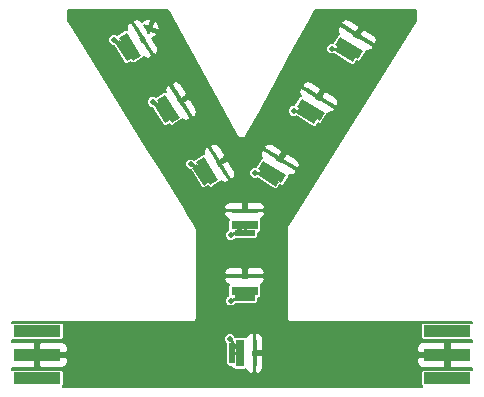
<source format=gtl>
G04 #@! TF.FileFunction,Copper,L1,Top,Signal*
%FSLAX46Y46*%
G04 Gerber Fmt 4.6, Leading zero omitted, Abs format (unit mm)*
G04 Created by KiCad (PCBNEW 4.0.0-rc2-stable) date 3/3/2016 3:49:22 PM*
%MOMM*%
G01*
G04 APERTURE LIST*
%ADD10C,0.150000*%
%ADD11C,0.500000*%
%ADD12R,0.500000X1.800000*%
%ADD13R,0.320000X2.300000*%
%ADD14R,0.800000X2.300000*%
%ADD15R,1.800000X0.500000*%
%ADD16R,2.300000X0.320000*%
%ADD17R,2.300000X0.800000*%
%ADD18R,4.000000X1.000000*%
%ADD19C,0.600000*%
%ADD20C,0.254000*%
%ADD21C,0.152400*%
G04 APERTURE END LIST*
D10*
G36*
X69204163Y-33941470D02*
X67674462Y-32992779D01*
X67937987Y-32567862D01*
X69467688Y-33516553D01*
X69204163Y-33941470D01*
X69204163Y-33941470D01*
G37*
G36*
X70465451Y-32382062D02*
X68510833Y-31169847D01*
X68679489Y-30897900D01*
X70634107Y-32110115D01*
X70465451Y-32382062D01*
X70465451Y-32382062D01*
G37*
G36*
X69680146Y-33648316D02*
X67725528Y-32436100D01*
X68147168Y-31756232D01*
X70101786Y-32968448D01*
X69680146Y-33648316D01*
X69680146Y-33648316D01*
G37*
D11*
X67445864Y-32792172D03*
D10*
G36*
X72465819Y-28682259D02*
X70936118Y-27733568D01*
X71199643Y-27308651D01*
X72729344Y-28257342D01*
X72465819Y-28682259D01*
X72465819Y-28682259D01*
G37*
G36*
X73727107Y-27122851D02*
X71772489Y-25910636D01*
X71941145Y-25638689D01*
X73895763Y-26850904D01*
X73727107Y-27122851D01*
X73727107Y-27122851D01*
G37*
G36*
X72941802Y-28389105D02*
X70987184Y-27176889D01*
X71408824Y-26497021D01*
X73363442Y-27709237D01*
X72941802Y-28389105D01*
X72941802Y-28389105D01*
G37*
D11*
X70707520Y-27532961D03*
D10*
G36*
X75727473Y-23423050D02*
X74197772Y-22474359D01*
X74461297Y-22049442D01*
X75990998Y-22998133D01*
X75727473Y-23423050D01*
X75727473Y-23423050D01*
G37*
G36*
X76988761Y-21863642D02*
X75034143Y-20651427D01*
X75202799Y-20379480D01*
X77157417Y-21591695D01*
X76988761Y-21863642D01*
X76988761Y-21863642D01*
G37*
G36*
X76203456Y-23129896D02*
X74248838Y-21917680D01*
X74670478Y-21237812D01*
X76625096Y-22450028D01*
X76203456Y-23129896D01*
X76203456Y-23129896D01*
G37*
D11*
X73969174Y-22273752D03*
D10*
G36*
X56571225Y-23340572D02*
X55622688Y-21810776D01*
X56047631Y-21547294D01*
X56996168Y-23077090D01*
X56571225Y-23340572D01*
X56571225Y-23340572D01*
G37*
G36*
X58394241Y-22504383D02*
X57182221Y-20549643D01*
X57454185Y-20381015D01*
X58666205Y-22335755D01*
X58394241Y-22504383D01*
X58394241Y-22504383D01*
G37*
G36*
X57127909Y-23289561D02*
X55915889Y-21334821D01*
X56595799Y-20913249D01*
X57807819Y-22867989D01*
X57127909Y-23289561D01*
X57127909Y-23289561D01*
G37*
D11*
X55507092Y-21529461D03*
D10*
G36*
X59832543Y-28600408D02*
X58884006Y-27070612D01*
X59308949Y-26807130D01*
X60257486Y-28336926D01*
X59832543Y-28600408D01*
X59832543Y-28600408D01*
G37*
G36*
X61655559Y-27764219D02*
X60443539Y-25809479D01*
X60715503Y-25640851D01*
X61927523Y-27595591D01*
X61655559Y-27764219D01*
X61655559Y-27764219D01*
G37*
G36*
X60389227Y-28549397D02*
X59177207Y-26594657D01*
X59857117Y-26173085D01*
X61069137Y-28127825D01*
X60389227Y-28549397D01*
X60389227Y-28549397D01*
G37*
D11*
X58768410Y-26789297D03*
D10*
G36*
X63093861Y-33860246D02*
X62145324Y-32330450D01*
X62570267Y-32066968D01*
X63518804Y-33596764D01*
X63093861Y-33860246D01*
X63093861Y-33860246D01*
G37*
G36*
X64916877Y-33024057D02*
X63704857Y-31069317D01*
X63976821Y-30900689D01*
X65188841Y-32855429D01*
X64916877Y-33024057D01*
X64916877Y-33024057D01*
G37*
G36*
X63650545Y-33809235D02*
X62438525Y-31854495D01*
X63118435Y-31432923D01*
X64330455Y-33387663D01*
X63650545Y-33809235D01*
X63650545Y-33809235D01*
G37*
D11*
X62029728Y-32049135D03*
D12*
X65506020Y-48052030D03*
D13*
X67406020Y-48052030D03*
D14*
X66156020Y-48052030D03*
D11*
X65306020Y-46852030D03*
D15*
X66577130Y-43412085D03*
D16*
X66577130Y-41512085D03*
D17*
X66577130Y-42762085D03*
D11*
X65377130Y-43612085D03*
D15*
X66577130Y-37873280D03*
D16*
X66577130Y-35973280D03*
D17*
X66577130Y-37223280D03*
D11*
X65377130Y-38073280D03*
D18*
X83742890Y-50192207D03*
X83742890Y-48192207D03*
X83742890Y-46192207D03*
D19*
X82742890Y-50192207D03*
X82742890Y-48192207D03*
X82742890Y-46192207D03*
D18*
X49020840Y-46192207D03*
X49020840Y-48192207D03*
X49020840Y-50192207D03*
D19*
X50020840Y-46192207D03*
X50020840Y-48192207D03*
X50020840Y-50192207D03*
D11*
X58517702Y-20567005D03*
D20*
X68570000Y-33250000D02*
X68910000Y-32700000D01*
X68570000Y-33250000D02*
X68910000Y-32700000D01*
X68570000Y-33250000D02*
X68910000Y-32700000D01*
X68570000Y-33250000D02*
X68910000Y-32700000D01*
X68570000Y-33250000D02*
X68910000Y-32700000D01*
X68570000Y-33250000D02*
X68910000Y-32700000D01*
X68570000Y-33250000D02*
X68910000Y-32700000D01*
X68570000Y-33250000D02*
X68910000Y-32700000D01*
X68570000Y-33250000D02*
X68910000Y-32700000D01*
X68910000Y-32700000D02*
X67450000Y-32790000D01*
X68910000Y-32700000D02*
X67450000Y-32790000D01*
X68910000Y-32700000D02*
X67450000Y-32790000D01*
X68910000Y-32700000D02*
X67450000Y-32790000D01*
X68910000Y-32700000D02*
X67450000Y-32790000D01*
X68910000Y-32700000D02*
X67450000Y-32790000D01*
X68910000Y-32700000D02*
X67450000Y-32790000D01*
X68910000Y-32700000D02*
X67450000Y-32790000D01*
X68910000Y-32700000D02*
X67450000Y-32790000D01*
X71830000Y-28000000D02*
X72180000Y-27440000D01*
X71830000Y-28000000D02*
X72180000Y-27440000D01*
X71830000Y-28000000D02*
X72180000Y-27440000D01*
X71830000Y-28000000D02*
X72180000Y-27440000D01*
X71830000Y-28000000D02*
X72180000Y-27440000D01*
X71830000Y-28000000D02*
X72180000Y-27440000D01*
X71830000Y-28000000D02*
X72180000Y-27440000D01*
X71830000Y-28000000D02*
X72180000Y-27440000D01*
X71830000Y-28000000D02*
X72180000Y-27440000D01*
X72180000Y-27440000D02*
X70710000Y-27530000D01*
X72180000Y-27440000D02*
X70710000Y-27530000D01*
X72180000Y-27440000D02*
X70710000Y-27530000D01*
X72180000Y-27440000D02*
X70710000Y-27530000D01*
X72180000Y-27440000D02*
X70710000Y-27530000D01*
X72180000Y-27440000D02*
X70710000Y-27530000D01*
X72180000Y-27440000D02*
X70710000Y-27530000D01*
X72180000Y-27440000D02*
X70710000Y-27530000D01*
X72180000Y-27440000D02*
X70710000Y-27530000D01*
X75090000Y-22740000D02*
X75440000Y-22180000D01*
X75090000Y-22740000D02*
X75440000Y-22180000D01*
X75090000Y-22740000D02*
X75440000Y-22180000D01*
X75090000Y-22740000D02*
X75440000Y-22180000D01*
X75090000Y-22740000D02*
X75440000Y-22180000D01*
X75090000Y-22740000D02*
X75440000Y-22180000D01*
X75090000Y-22740000D02*
X75440000Y-22180000D01*
X75090000Y-22740000D02*
X75440000Y-22180000D01*
X75090000Y-22740000D02*
X75440000Y-22180000D01*
X75440000Y-22180000D02*
X73970000Y-22270000D01*
X75440000Y-22180000D02*
X73970000Y-22270000D01*
X75440000Y-22180000D02*
X73970000Y-22270000D01*
X75440000Y-22180000D02*
X73970000Y-22270000D01*
X75440000Y-22180000D02*
X73970000Y-22270000D01*
X75440000Y-22180000D02*
X73970000Y-22270000D01*
X75440000Y-22180000D02*
X73970000Y-22270000D01*
X75440000Y-22180000D02*
X73970000Y-22270000D01*
X75440000Y-22180000D02*
X73970000Y-22270000D01*
X56310000Y-22440000D02*
X56860000Y-22100000D01*
X56310000Y-22440000D02*
X56860000Y-22100000D01*
X56310000Y-22440000D02*
X56860000Y-22100000D01*
X56310000Y-22440000D02*
X56860000Y-22100000D01*
X56310000Y-22440000D02*
X56860000Y-22100000D01*
X56310000Y-22440000D02*
X56860000Y-22100000D01*
X56310000Y-22440000D02*
X56860000Y-22100000D01*
X56310000Y-22440000D02*
X56860000Y-22100000D01*
X56310000Y-22440000D02*
X56860000Y-22100000D01*
X56860000Y-22100000D02*
X55510000Y-21530000D01*
X56860000Y-22100000D02*
X55510000Y-21530000D01*
X56860000Y-22100000D02*
X55510000Y-21530000D01*
X56860000Y-22100000D02*
X55510000Y-21530000D01*
X56860000Y-22100000D02*
X55510000Y-21530000D01*
X56860000Y-22100000D02*
X55510000Y-21530000D01*
X56860000Y-22100000D02*
X55510000Y-21530000D01*
X56860000Y-22100000D02*
X55510000Y-21530000D01*
X56860000Y-22100000D02*
X55510000Y-21530000D01*
X59570000Y-27700000D02*
X60120000Y-27360000D01*
X59570000Y-27700000D02*
X60120000Y-27360000D01*
X59570000Y-27700000D02*
X60120000Y-27360000D01*
X59570000Y-27700000D02*
X60120000Y-27360000D01*
X59570000Y-27700000D02*
X60120000Y-27360000D01*
X59570000Y-27700000D02*
X60120000Y-27360000D01*
X59570000Y-27700000D02*
X60120000Y-27360000D01*
X59570000Y-27700000D02*
X60120000Y-27360000D01*
X59570000Y-27700000D02*
X60120000Y-27360000D01*
X60120000Y-27360000D02*
X58770000Y-26790000D01*
X60120000Y-27360000D02*
X58770000Y-26790000D01*
X60120000Y-27360000D02*
X58770000Y-26790000D01*
X60120000Y-27360000D02*
X58770000Y-26790000D01*
X60120000Y-27360000D02*
X58770000Y-26790000D01*
X60120000Y-27360000D02*
X58770000Y-26790000D01*
X60120000Y-27360000D02*
X58770000Y-26790000D01*
X60120000Y-27360000D02*
X58770000Y-26790000D01*
X60120000Y-27360000D02*
X58770000Y-26790000D01*
X62830000Y-32960000D02*
X63380000Y-32620000D01*
X62830000Y-32960000D02*
X63380000Y-32620000D01*
X62830000Y-32960000D02*
X63380000Y-32620000D01*
X62830000Y-32960000D02*
X63380000Y-32620000D01*
X62830000Y-32960000D02*
X63380000Y-32620000D01*
X62830000Y-32960000D02*
X63380000Y-32620000D01*
X62830000Y-32960000D02*
X63380000Y-32620000D01*
X62830000Y-32960000D02*
X63380000Y-32620000D01*
X62830000Y-32960000D02*
X63380000Y-32620000D01*
X63380000Y-32620000D02*
X62030000Y-32050000D01*
X63380000Y-32620000D02*
X62030000Y-32050000D01*
X63380000Y-32620000D02*
X62030000Y-32050000D01*
X63380000Y-32620000D02*
X62030000Y-32050000D01*
X63380000Y-32620000D02*
X62030000Y-32050000D01*
X63380000Y-32620000D02*
X62030000Y-32050000D01*
X63380000Y-32620000D02*
X62030000Y-32050000D01*
X63380000Y-32620000D02*
X62030000Y-32050000D01*
X63380000Y-32620000D02*
X62030000Y-32050000D01*
X65510000Y-48050000D02*
X66160000Y-48050000D01*
X65510000Y-48050000D02*
X66160000Y-48050000D01*
X65510000Y-48050000D02*
X66160000Y-48050000D01*
X65510000Y-48050000D02*
X66160000Y-48050000D01*
X65510000Y-48050000D02*
X66160000Y-48050000D01*
X65510000Y-48050000D02*
X66160000Y-48050000D01*
X65510000Y-48050000D02*
X66160000Y-48050000D01*
X65510000Y-48050000D02*
X66160000Y-48050000D01*
X65510000Y-48050000D02*
X66160000Y-48050000D01*
X66160000Y-48050000D02*
X65310000Y-46850000D01*
X66160000Y-48050000D02*
X65310000Y-46850000D01*
X66160000Y-48050000D02*
X65310000Y-46850000D01*
X66160000Y-48050000D02*
X65310000Y-46850000D01*
X66160000Y-48050000D02*
X65310000Y-46850000D01*
X66160000Y-48050000D02*
X65310000Y-46850000D01*
X66160000Y-48050000D02*
X65310000Y-46850000D01*
X66160000Y-48050000D02*
X65310000Y-46850000D01*
X66160000Y-48050000D02*
X65310000Y-46850000D01*
X66580000Y-43410000D02*
X66580000Y-42760000D01*
X66580000Y-43410000D02*
X66580000Y-42760000D01*
X66580000Y-43410000D02*
X66580000Y-42760000D01*
X66580000Y-43410000D02*
X66580000Y-42760000D01*
X66580000Y-43410000D02*
X66580000Y-42760000D01*
X66580000Y-43410000D02*
X66580000Y-42760000D01*
X66580000Y-43410000D02*
X66580000Y-42760000D01*
X66580000Y-43410000D02*
X66580000Y-42760000D01*
X66580000Y-43410000D02*
X66580000Y-42760000D01*
X66580000Y-42760000D02*
X65380000Y-43610000D01*
X66580000Y-42760000D02*
X65380000Y-43610000D01*
X66580000Y-42760000D02*
X65380000Y-43610000D01*
X66580000Y-42760000D02*
X65380000Y-43610000D01*
X66580000Y-42760000D02*
X65380000Y-43610000D01*
X66580000Y-42760000D02*
X65380000Y-43610000D01*
X66580000Y-42760000D02*
X65380000Y-43610000D01*
X66580000Y-42760000D02*
X65380000Y-43610000D01*
X66580000Y-42760000D02*
X65380000Y-43610000D01*
X66580000Y-37870000D02*
X66580000Y-37220000D01*
X66580000Y-37870000D02*
X66580000Y-37220000D01*
X66580000Y-37870000D02*
X66580000Y-37220000D01*
X66580000Y-37870000D02*
X66580000Y-37220000D01*
X66580000Y-37870000D02*
X66580000Y-37220000D01*
X66580000Y-37870000D02*
X66580000Y-37220000D01*
X66580000Y-37870000D02*
X66580000Y-37220000D01*
X66580000Y-37870000D02*
X66580000Y-37220000D01*
X66580000Y-37870000D02*
X66580000Y-37220000D01*
X66580000Y-37220000D02*
X65380000Y-38070000D01*
X66580000Y-37220000D02*
X65380000Y-38070000D01*
X66580000Y-37220000D02*
X65380000Y-38070000D01*
X66580000Y-37220000D02*
X65380000Y-38070000D01*
X66580000Y-37220000D02*
X65380000Y-38070000D01*
X66580000Y-37220000D02*
X65380000Y-38070000D01*
X66580000Y-37220000D02*
X65380000Y-38070000D01*
X66580000Y-37220000D02*
X65380000Y-38070000D01*
X66580000Y-37220000D02*
X65380000Y-38070000D01*
D21*
G36*
X65915410Y-29653392D02*
X65940898Y-29683923D01*
X65963000Y-29717000D01*
X65975467Y-29725330D01*
X65985075Y-29736839D01*
X66020309Y-29755293D01*
X66053384Y-29777393D01*
X66068090Y-29780318D01*
X66081371Y-29787274D01*
X66120986Y-29790840D01*
X66160000Y-29798600D01*
X66480000Y-29798600D01*
X66519014Y-29790840D01*
X66558629Y-29787274D01*
X66571910Y-29780318D01*
X66586616Y-29777393D01*
X66619687Y-29755295D01*
X66654925Y-29736840D01*
X66664535Y-29725329D01*
X66677000Y-29717000D01*
X66699100Y-29683925D01*
X66724590Y-29653392D01*
X67829318Y-27627743D01*
X70228837Y-27627743D01*
X70301546Y-27803712D01*
X70436061Y-27938461D01*
X70611903Y-28011477D01*
X70802302Y-28011644D01*
X70886301Y-27976936D01*
X72342975Y-28880337D01*
X72423369Y-28911439D01*
X72515877Y-28909898D01*
X72600498Y-28872488D01*
X72663897Y-28805103D01*
X72804578Y-28578265D01*
X72818958Y-28587183D01*
X72899352Y-28618285D01*
X72991861Y-28616744D01*
X73076481Y-28579334D01*
X73139880Y-28511949D01*
X73561520Y-27832081D01*
X73592622Y-27751687D01*
X73591638Y-27692644D01*
X73747308Y-27718154D01*
X73973584Y-27665108D01*
X74162334Y-27529509D01*
X74188769Y-27486886D01*
X74141626Y-27285792D01*
X72943062Y-26542466D01*
X72900898Y-26610453D01*
X72598697Y-26423034D01*
X72608955Y-26406493D01*
X73027391Y-26406493D01*
X74225954Y-27149818D01*
X74427048Y-27102676D01*
X74453482Y-27060052D01*
X74491066Y-26830702D01*
X74438019Y-26604427D01*
X74302420Y-26415677D01*
X74104911Y-26293185D01*
X73501576Y-25919009D01*
X73300482Y-25966151D01*
X73027391Y-26406493D01*
X72608955Y-26406493D01*
X72640861Y-26355047D01*
X71442298Y-25611722D01*
X71241204Y-25658864D01*
X71214770Y-25701488D01*
X71177186Y-25930838D01*
X71230233Y-26157113D01*
X71322428Y-26285446D01*
X71274145Y-26306792D01*
X71210746Y-26374177D01*
X70789106Y-27054045D01*
X70788956Y-27054433D01*
X70612738Y-27054278D01*
X70436769Y-27126987D01*
X70302020Y-27261502D01*
X70229004Y-27437344D01*
X70228837Y-27627743D01*
X67829318Y-27627743D01*
X69112623Y-25274654D01*
X71479483Y-25274654D01*
X71526626Y-25475748D01*
X72725190Y-26219074D01*
X72998281Y-25778732D01*
X72951138Y-25577638D01*
X72347803Y-25203461D01*
X72150294Y-25080970D01*
X71920944Y-25043386D01*
X71694668Y-25096432D01*
X71505918Y-25232031D01*
X71479483Y-25274654D01*
X69112623Y-25274654D01*
X70697535Y-22368534D01*
X73490491Y-22368534D01*
X73563200Y-22544503D01*
X73697715Y-22679252D01*
X73873557Y-22752268D01*
X74063956Y-22752435D01*
X74147955Y-22717727D01*
X75604629Y-23621128D01*
X75685023Y-23652230D01*
X75777531Y-23650689D01*
X75862152Y-23613279D01*
X75925551Y-23545894D01*
X76066232Y-23319056D01*
X76080612Y-23327974D01*
X76161006Y-23359076D01*
X76253515Y-23357535D01*
X76338135Y-23320125D01*
X76401534Y-23252740D01*
X76823174Y-22572872D01*
X76854276Y-22492478D01*
X76853292Y-22433435D01*
X77008962Y-22458945D01*
X77235238Y-22405899D01*
X77423988Y-22270300D01*
X77450423Y-22227677D01*
X77403280Y-22026583D01*
X76204716Y-21283257D01*
X76162552Y-21351244D01*
X75860351Y-21163825D01*
X75870609Y-21147284D01*
X76289045Y-21147284D01*
X77487608Y-21890609D01*
X77688702Y-21843467D01*
X77715136Y-21800843D01*
X77752720Y-21571493D01*
X77699673Y-21345218D01*
X77564074Y-21156468D01*
X77366565Y-21033976D01*
X76763230Y-20659800D01*
X76562136Y-20706942D01*
X76289045Y-21147284D01*
X75870609Y-21147284D01*
X75902515Y-21095838D01*
X74703952Y-20352513D01*
X74502858Y-20399655D01*
X74476424Y-20442279D01*
X74438840Y-20671629D01*
X74491887Y-20897904D01*
X74584082Y-21026237D01*
X74535799Y-21047583D01*
X74472400Y-21114968D01*
X74050760Y-21794836D01*
X74050610Y-21795224D01*
X73874392Y-21795069D01*
X73698423Y-21867778D01*
X73563674Y-22002293D01*
X73490658Y-22178135D01*
X73490491Y-22368534D01*
X70697535Y-22368534D01*
X71980840Y-20015445D01*
X74741137Y-20015445D01*
X74788280Y-20216539D01*
X75986844Y-20959865D01*
X76259935Y-20519523D01*
X76212792Y-20318429D01*
X75609457Y-19944252D01*
X75411948Y-19821761D01*
X75182598Y-19784177D01*
X74956322Y-19837223D01*
X74767572Y-19972822D01*
X74741137Y-20015445D01*
X71980840Y-20015445D01*
X72535398Y-18998600D01*
X81081400Y-18998600D01*
X81081400Y-19900277D01*
X70183574Y-37382621D01*
X70175425Y-37404201D01*
X70162607Y-37423384D01*
X70156404Y-37454571D01*
X70145171Y-37484316D01*
X70145901Y-37507374D01*
X70141400Y-37530000D01*
X70141400Y-45150000D01*
X70162607Y-45256616D01*
X70223000Y-45347000D01*
X70313384Y-45407393D01*
X70420000Y-45428600D01*
X85781400Y-45428600D01*
X85781400Y-45466927D01*
X85742890Y-45459129D01*
X81742890Y-45459129D01*
X81658176Y-45475069D01*
X81580372Y-45525135D01*
X81528175Y-45601527D01*
X81509812Y-45692207D01*
X81509812Y-46692207D01*
X81525752Y-46776921D01*
X81575818Y-46854725D01*
X81652210Y-46906922D01*
X81742890Y-46925285D01*
X85742890Y-46925285D01*
X85781400Y-46918039D01*
X85781400Y-47108007D01*
X84066740Y-47108007D01*
X83920690Y-47254057D01*
X83920690Y-48014407D01*
X83940690Y-48014407D01*
X83940690Y-48370007D01*
X83920690Y-48370007D01*
X83920690Y-49130357D01*
X84066740Y-49276407D01*
X85781400Y-49276407D01*
X85781400Y-49466927D01*
X85742890Y-49459129D01*
X81742890Y-49459129D01*
X81658176Y-49475069D01*
X81580372Y-49525135D01*
X81528175Y-49601527D01*
X81509812Y-49692207D01*
X81509812Y-50692207D01*
X81525752Y-50776921D01*
X81575818Y-50854725D01*
X81600222Y-50871400D01*
X70420000Y-50871400D01*
X70369726Y-50881400D01*
X62270274Y-50881400D01*
X62220000Y-50871400D01*
X51164522Y-50871400D01*
X51183358Y-50859279D01*
X51235555Y-50782887D01*
X51253918Y-50692207D01*
X51253918Y-49692207D01*
X51237978Y-49607493D01*
X51187912Y-49529689D01*
X51111520Y-49477492D01*
X51020840Y-49459129D01*
X47020840Y-49459129D01*
X46936126Y-49475069D01*
X46908600Y-49492782D01*
X46908600Y-49276407D01*
X48696990Y-49276407D01*
X48843040Y-49130357D01*
X48843040Y-48370007D01*
X48823040Y-48370007D01*
X48823040Y-48130540D01*
X49121428Y-48130540D01*
X49166293Y-48479424D01*
X49198640Y-48557517D01*
X49198640Y-49130357D01*
X49344690Y-49276407D01*
X51137044Y-49276407D01*
X51351762Y-49187468D01*
X51516101Y-49023130D01*
X51605040Y-48808412D01*
X51605040Y-48516057D01*
X51458990Y-48370007D01*
X50888760Y-48370007D01*
X50920252Y-48253874D01*
X50889458Y-48014407D01*
X51458990Y-48014407D01*
X51605040Y-47868357D01*
X51605040Y-47576002D01*
X51516101Y-47361284D01*
X51351762Y-47196946D01*
X51137044Y-47108007D01*
X49344690Y-47108007D01*
X49198640Y-47254057D01*
X49198640Y-47845809D01*
X49121428Y-48130540D01*
X48823040Y-48130540D01*
X48823040Y-48014407D01*
X48843040Y-48014407D01*
X48843040Y-47254057D01*
X48696990Y-47108007D01*
X46908600Y-47108007D01*
X46908600Y-46946812D01*
X64827337Y-46946812D01*
X64900046Y-47122781D01*
X65022942Y-47245891D01*
X65022942Y-48952030D01*
X65038882Y-49036744D01*
X65088948Y-49114548D01*
X65165340Y-49166745D01*
X65256020Y-49185108D01*
X65522942Y-49185108D01*
X65522942Y-49202030D01*
X65538882Y-49286744D01*
X65588948Y-49364548D01*
X65665340Y-49416745D01*
X65756020Y-49435108D01*
X66556020Y-49435108D01*
X66640734Y-49419168D01*
X66690392Y-49387213D01*
X66750759Y-49532952D01*
X66915097Y-49697291D01*
X67129815Y-49786230D01*
X67179970Y-49786230D01*
X67326020Y-49640180D01*
X67326020Y-48229830D01*
X67486020Y-48229830D01*
X67486020Y-49640180D01*
X67632070Y-49786230D01*
X67682225Y-49786230D01*
X67896943Y-49697291D01*
X68061281Y-49532952D01*
X68150220Y-49318234D01*
X68150220Y-48375880D01*
X68004170Y-48229830D01*
X67486020Y-48229830D01*
X67326020Y-48229830D01*
X67246020Y-48229830D01*
X67246020Y-47874230D01*
X67326020Y-47874230D01*
X67326020Y-46463880D01*
X67486020Y-46463880D01*
X67486020Y-47874230D01*
X68004170Y-47874230D01*
X68150220Y-47728180D01*
X68150220Y-47576002D01*
X81158690Y-47576002D01*
X81158690Y-47868357D01*
X81304740Y-48014407D01*
X81874970Y-48014407D01*
X81843478Y-48130540D01*
X81874272Y-48370007D01*
X81304740Y-48370007D01*
X81158690Y-48516057D01*
X81158690Y-48808412D01*
X81247629Y-49023130D01*
X81411968Y-49187468D01*
X81626686Y-49276407D01*
X83419040Y-49276407D01*
X83565090Y-49130357D01*
X83565090Y-48538605D01*
X83642302Y-48253874D01*
X83597437Y-47904990D01*
X83565090Y-47826897D01*
X83565090Y-47254057D01*
X83419040Y-47108007D01*
X81626686Y-47108007D01*
X81411968Y-47196946D01*
X81247629Y-47361284D01*
X81158690Y-47576002D01*
X68150220Y-47576002D01*
X68150220Y-46785826D01*
X68061281Y-46571108D01*
X67896943Y-46406769D01*
X67682225Y-46317830D01*
X67632070Y-46317830D01*
X67486020Y-46463880D01*
X67326020Y-46463880D01*
X67179970Y-46317830D01*
X67129815Y-46317830D01*
X66915097Y-46406769D01*
X66750759Y-46571108D01*
X66690288Y-46717098D01*
X66646700Y-46687315D01*
X66556020Y-46668952D01*
X65756020Y-46668952D01*
X65748782Y-46670314D01*
X65711994Y-46581279D01*
X65577479Y-46446530D01*
X65401637Y-46373514D01*
X65211238Y-46373347D01*
X65035269Y-46446056D01*
X64900520Y-46580571D01*
X64827504Y-46756413D01*
X64827337Y-46946812D01*
X46908600Y-46946812D01*
X46908600Y-46892191D01*
X46930160Y-46906922D01*
X47020840Y-46925285D01*
X51020840Y-46925285D01*
X51105554Y-46909345D01*
X51183358Y-46859279D01*
X51235555Y-46782887D01*
X51253918Y-46692207D01*
X51253918Y-45692207D01*
X51237978Y-45607493D01*
X51187912Y-45529689D01*
X51111520Y-45477492D01*
X51020840Y-45459129D01*
X47020840Y-45459129D01*
X46936126Y-45475069D01*
X46908600Y-45492782D01*
X46908600Y-45428600D01*
X62220000Y-45428600D01*
X62326616Y-45407393D01*
X62417000Y-45347000D01*
X62477393Y-45256616D01*
X62498600Y-45150000D01*
X62498600Y-41738135D01*
X64842930Y-41738135D01*
X64842930Y-41788290D01*
X64931869Y-42003008D01*
X65096208Y-42167346D01*
X65242198Y-42227817D01*
X65212415Y-42271405D01*
X65194052Y-42362085D01*
X65194052Y-43162085D01*
X65195414Y-43169323D01*
X65106379Y-43206111D01*
X64971630Y-43340626D01*
X64898614Y-43516468D01*
X64898447Y-43706867D01*
X64971156Y-43882836D01*
X65105671Y-44017585D01*
X65281513Y-44090601D01*
X65471912Y-44090768D01*
X65647881Y-44018059D01*
X65770991Y-43895163D01*
X67477130Y-43895163D01*
X67561844Y-43879223D01*
X67639648Y-43829157D01*
X67691845Y-43752765D01*
X67710208Y-43662085D01*
X67710208Y-43395163D01*
X67727130Y-43395163D01*
X67811844Y-43379223D01*
X67889648Y-43329157D01*
X67941845Y-43252765D01*
X67960208Y-43162085D01*
X67960208Y-42362085D01*
X67944268Y-42277371D01*
X67912313Y-42227713D01*
X68058052Y-42167346D01*
X68222391Y-42003008D01*
X68311330Y-41788290D01*
X68311330Y-41738135D01*
X68165280Y-41592085D01*
X66754930Y-41592085D01*
X66754930Y-41672085D01*
X66399330Y-41672085D01*
X66399330Y-41592085D01*
X64988980Y-41592085D01*
X64842930Y-41738135D01*
X62498600Y-41738135D01*
X62498600Y-41235880D01*
X64842930Y-41235880D01*
X64842930Y-41286035D01*
X64988980Y-41432085D01*
X66399330Y-41432085D01*
X66399330Y-40913935D01*
X66754930Y-40913935D01*
X66754930Y-41432085D01*
X68165280Y-41432085D01*
X68311330Y-41286035D01*
X68311330Y-41235880D01*
X68222391Y-41021162D01*
X68058052Y-40856824D01*
X67843334Y-40767885D01*
X66900980Y-40767885D01*
X66754930Y-40913935D01*
X66399330Y-40913935D01*
X66253280Y-40767885D01*
X65310926Y-40767885D01*
X65096208Y-40856824D01*
X64931869Y-41021162D01*
X64842930Y-41235880D01*
X62498600Y-41235880D01*
X62498600Y-37530000D01*
X62494156Y-37507656D01*
X62494923Y-37484881D01*
X62483651Y-37454844D01*
X62477393Y-37423384D01*
X62464735Y-37404440D01*
X62456729Y-37383107D01*
X61722181Y-36199330D01*
X64842930Y-36199330D01*
X64842930Y-36249485D01*
X64931869Y-36464203D01*
X65096208Y-36628541D01*
X65242198Y-36689012D01*
X65212415Y-36732600D01*
X65194052Y-36823280D01*
X65194052Y-37623280D01*
X65195414Y-37630518D01*
X65106379Y-37667306D01*
X64971630Y-37801821D01*
X64898614Y-37977663D01*
X64898447Y-38168062D01*
X64971156Y-38344031D01*
X65105671Y-38478780D01*
X65281513Y-38551796D01*
X65471912Y-38551963D01*
X65647881Y-38479254D01*
X65770991Y-38356358D01*
X67477130Y-38356358D01*
X67561844Y-38340418D01*
X67639648Y-38290352D01*
X67691845Y-38213960D01*
X67710208Y-38123280D01*
X67710208Y-37856358D01*
X67727130Y-37856358D01*
X67811844Y-37840418D01*
X67889648Y-37790352D01*
X67941845Y-37713960D01*
X67960208Y-37623280D01*
X67960208Y-36823280D01*
X67944268Y-36738566D01*
X67912313Y-36688908D01*
X68058052Y-36628541D01*
X68222391Y-36464203D01*
X68311330Y-36249485D01*
X68311330Y-36199330D01*
X68165280Y-36053280D01*
X66754930Y-36053280D01*
X66754930Y-36133280D01*
X66399330Y-36133280D01*
X66399330Y-36053280D01*
X64988980Y-36053280D01*
X64842930Y-36199330D01*
X61722181Y-36199330D01*
X61410526Y-35697075D01*
X64842930Y-35697075D01*
X64842930Y-35747230D01*
X64988980Y-35893280D01*
X66399330Y-35893280D01*
X66399330Y-35375130D01*
X66754930Y-35375130D01*
X66754930Y-35893280D01*
X68165280Y-35893280D01*
X68311330Y-35747230D01*
X68311330Y-35697075D01*
X68222391Y-35482357D01*
X68058052Y-35318019D01*
X67843334Y-35229080D01*
X66900980Y-35229080D01*
X66754930Y-35375130D01*
X66399330Y-35375130D01*
X66253280Y-35229080D01*
X65310926Y-35229080D01*
X65096208Y-35318019D01*
X64931869Y-35482357D01*
X64842930Y-35697075D01*
X61410526Y-35697075D01*
X59205745Y-32143917D01*
X61551045Y-32143917D01*
X61623754Y-32319886D01*
X61758269Y-32454635D01*
X61934111Y-32527651D01*
X61993383Y-32527703D01*
X62895771Y-33983070D01*
X62953959Y-34046667D01*
X63037510Y-34086409D01*
X63129940Y-34090515D01*
X63216685Y-34058336D01*
X63443538Y-33917678D01*
X63452455Y-33932059D01*
X63510643Y-33995656D01*
X63594194Y-34035398D01*
X63686624Y-34039504D01*
X63773369Y-34007325D01*
X64453279Y-33585753D01*
X64516876Y-33527564D01*
X64542242Y-33474239D01*
X64670346Y-33566289D01*
X64896615Y-33619358D01*
X65125969Y-33581797D01*
X65168595Y-33555367D01*
X65215758Y-33354278D01*
X64472552Y-32155640D01*
X64404562Y-32197797D01*
X64326145Y-32071326D01*
X64608534Y-32071326D01*
X65351740Y-33269964D01*
X65552829Y-33317126D01*
X65595455Y-33290696D01*
X65731073Y-33101959D01*
X65781499Y-32886954D01*
X66967181Y-32886954D01*
X67039890Y-33062923D01*
X67174405Y-33197672D01*
X67350247Y-33270688D01*
X67540646Y-33270855D01*
X67624645Y-33236147D01*
X69081319Y-34139548D01*
X69161713Y-34170650D01*
X69254221Y-34169109D01*
X69338842Y-34131699D01*
X69402241Y-34064314D01*
X69542922Y-33837476D01*
X69557302Y-33846394D01*
X69637696Y-33877496D01*
X69730205Y-33875955D01*
X69814825Y-33838545D01*
X69878224Y-33771160D01*
X70299864Y-33091292D01*
X70330966Y-33010898D01*
X70329982Y-32951855D01*
X70485652Y-32977365D01*
X70711928Y-32924319D01*
X70900678Y-32788720D01*
X70927113Y-32746097D01*
X70879970Y-32545003D01*
X69681406Y-31801677D01*
X69639242Y-31869664D01*
X69337041Y-31682245D01*
X69347299Y-31665704D01*
X69765735Y-31665704D01*
X70964298Y-32409029D01*
X71165392Y-32361887D01*
X71191826Y-32319263D01*
X71229410Y-32089913D01*
X71176363Y-31863638D01*
X71040764Y-31674888D01*
X70843255Y-31552396D01*
X70239920Y-31178220D01*
X70038826Y-31225362D01*
X69765735Y-31665704D01*
X69347299Y-31665704D01*
X69379205Y-31614258D01*
X68180642Y-30870933D01*
X67979548Y-30918075D01*
X67953114Y-30960699D01*
X67915530Y-31190049D01*
X67968577Y-31416324D01*
X68060772Y-31544657D01*
X68012489Y-31566003D01*
X67949090Y-31633388D01*
X67527450Y-32313256D01*
X67527300Y-32313644D01*
X67351082Y-32313489D01*
X67175113Y-32386198D01*
X67040364Y-32520713D01*
X66967348Y-32696555D01*
X66967181Y-32886954D01*
X65781499Y-32886954D01*
X65784141Y-32875690D01*
X65746580Y-32646336D01*
X65624109Y-32448814D01*
X65249992Y-31845441D01*
X65048903Y-31798279D01*
X64608534Y-32071326D01*
X64326145Y-32071326D01*
X64217173Y-31895577D01*
X64285164Y-31853420D01*
X63541958Y-30654782D01*
X63340869Y-30607620D01*
X63298243Y-30634050D01*
X63162625Y-30822787D01*
X63109557Y-31049056D01*
X63135095Y-31204997D01*
X63082356Y-31202654D01*
X62995611Y-31234833D01*
X62315701Y-31656405D01*
X62314778Y-31657250D01*
X62301187Y-31643635D01*
X62125345Y-31570619D01*
X61934946Y-31570452D01*
X61758977Y-31643161D01*
X61624228Y-31777676D01*
X61551212Y-31953518D01*
X61551045Y-32143917D01*
X59205745Y-32143917D01*
X58229400Y-30570468D01*
X63677940Y-30570468D01*
X64421146Y-31769106D01*
X64861514Y-31496059D01*
X64908677Y-31294970D01*
X64534561Y-30691597D01*
X64436761Y-30533865D01*
X68217827Y-30533865D01*
X68264970Y-30734959D01*
X69463534Y-31478285D01*
X69736625Y-31037943D01*
X69689482Y-30836849D01*
X69086147Y-30462672D01*
X68888638Y-30340181D01*
X68659288Y-30302597D01*
X68433012Y-30355643D01*
X68244262Y-30491242D01*
X68217827Y-30533865D01*
X64436761Y-30533865D01*
X64412089Y-30494075D01*
X64223352Y-30358457D01*
X63997083Y-30305388D01*
X63767729Y-30342949D01*
X63725103Y-30369379D01*
X63677940Y-30570468D01*
X58229400Y-30570468D01*
X55941948Y-26884079D01*
X58289727Y-26884079D01*
X58362436Y-27060048D01*
X58496951Y-27194797D01*
X58672793Y-27267813D01*
X58732065Y-27267865D01*
X59634453Y-28723232D01*
X59692641Y-28786829D01*
X59776192Y-28826571D01*
X59868622Y-28830677D01*
X59955367Y-28798498D01*
X60182220Y-28657840D01*
X60191137Y-28672221D01*
X60249325Y-28735818D01*
X60332876Y-28775560D01*
X60425306Y-28779666D01*
X60512051Y-28747487D01*
X61191961Y-28325915D01*
X61255558Y-28267726D01*
X61280924Y-28214401D01*
X61409028Y-28306451D01*
X61635297Y-28359520D01*
X61864651Y-28321959D01*
X61907277Y-28295529D01*
X61954440Y-28094440D01*
X61211234Y-26895802D01*
X61143244Y-26937959D01*
X61064827Y-26811488D01*
X61347216Y-26811488D01*
X62090422Y-28010126D01*
X62291511Y-28057288D01*
X62334137Y-28030858D01*
X62469755Y-27842121D01*
X62522823Y-27615852D01*
X62485262Y-27386498D01*
X62362791Y-27188976D01*
X61988674Y-26585603D01*
X61787585Y-26538441D01*
X61347216Y-26811488D01*
X61064827Y-26811488D01*
X60955855Y-26635739D01*
X61023846Y-26593582D01*
X60280640Y-25394944D01*
X60079551Y-25347782D01*
X60036925Y-25374212D01*
X59901307Y-25562949D01*
X59848239Y-25789218D01*
X59873777Y-25945159D01*
X59821038Y-25942816D01*
X59734293Y-25974995D01*
X59054383Y-26396567D01*
X59053460Y-26397412D01*
X59039869Y-26383797D01*
X58864027Y-26310781D01*
X58673628Y-26310614D01*
X58497659Y-26383323D01*
X58362910Y-26517838D01*
X58289894Y-26693680D01*
X58289727Y-26884079D01*
X55941948Y-26884079D01*
X54965603Y-25310630D01*
X60416622Y-25310630D01*
X61159828Y-26509268D01*
X61600196Y-26236221D01*
X61647359Y-26035132D01*
X61273243Y-25431759D01*
X61150771Y-25234237D01*
X60962034Y-25098619D01*
X60735765Y-25045550D01*
X60506411Y-25083111D01*
X60463785Y-25109541D01*
X60416622Y-25310630D01*
X54965603Y-25310630D01*
X52678152Y-21624243D01*
X55028409Y-21624243D01*
X55101118Y-21800212D01*
X55235633Y-21934961D01*
X55411475Y-22007977D01*
X55470747Y-22008029D01*
X56373135Y-23463396D01*
X56431323Y-23526993D01*
X56514874Y-23566735D01*
X56607304Y-23570841D01*
X56694049Y-23538662D01*
X56920902Y-23398004D01*
X56929819Y-23412385D01*
X56988007Y-23475982D01*
X57071558Y-23515724D01*
X57163988Y-23519830D01*
X57250733Y-23487651D01*
X57930643Y-23066079D01*
X57994240Y-23007890D01*
X58019606Y-22954565D01*
X58147710Y-23046615D01*
X58373979Y-23099684D01*
X58603333Y-23062123D01*
X58645959Y-23035693D01*
X58693122Y-22834604D01*
X57949916Y-21635966D01*
X57881926Y-21678123D01*
X57694537Y-21375903D01*
X57762528Y-21333746D01*
X57019322Y-20135108D01*
X56818233Y-20087946D01*
X56775607Y-20114376D01*
X56639989Y-20303113D01*
X56586921Y-20529382D01*
X56612459Y-20685323D01*
X56559720Y-20682980D01*
X56472975Y-20715159D01*
X55793065Y-21136731D01*
X55792142Y-21137576D01*
X55778551Y-21123961D01*
X55602709Y-21050945D01*
X55412310Y-21050778D01*
X55236341Y-21123487D01*
X55101592Y-21258002D01*
X55028576Y-21433844D01*
X55028409Y-21624243D01*
X52678152Y-21624243D01*
X51701807Y-20050794D01*
X57155304Y-20050794D01*
X57898510Y-21249432D01*
X57960780Y-21210821D01*
X57981622Y-21231663D01*
X58153889Y-21509495D01*
X58085898Y-21551652D01*
X58829104Y-22750290D01*
X59030193Y-22797452D01*
X59072819Y-22771022D01*
X59208437Y-22582285D01*
X59261505Y-22356016D01*
X59223944Y-22126662D01*
X59101473Y-21929140D01*
X58760334Y-21378954D01*
X58777027Y-21377052D01*
X59067278Y-21216151D01*
X59172579Y-21109739D01*
X59112396Y-20944695D01*
X58586207Y-20729968D01*
X58495602Y-20951996D01*
X58463003Y-20899420D01*
X58393874Y-20942283D01*
X58503561Y-20832596D01*
X58340751Y-20669786D01*
X58354739Y-20635510D01*
X58280612Y-20605260D01*
X58214417Y-20498500D01*
X58680665Y-20498500D01*
X59206854Y-20713226D01*
X59365327Y-20637412D01*
X59327749Y-20307680D01*
X59166848Y-20017429D01*
X59060436Y-19912128D01*
X58895392Y-19972311D01*
X58680665Y-20498500D01*
X58214417Y-20498500D01*
X58056481Y-20243783D01*
X58449197Y-20404042D01*
X58663923Y-19877853D01*
X58588109Y-19719380D01*
X58258377Y-19756958D01*
X57968126Y-19917859D01*
X57898206Y-19988517D01*
X57889453Y-19974401D01*
X57700716Y-19838783D01*
X57474447Y-19785714D01*
X57245093Y-19823275D01*
X57202467Y-19849705D01*
X57155304Y-20050794D01*
X51701807Y-20050794D01*
X51608600Y-19900585D01*
X51608600Y-18998600D01*
X60104602Y-18998600D01*
X65915410Y-29653392D01*
X65915410Y-29653392D01*
G37*
X65915410Y-29653392D02*
X65940898Y-29683923D01*
X65963000Y-29717000D01*
X65975467Y-29725330D01*
X65985075Y-29736839D01*
X66020309Y-29755293D01*
X66053384Y-29777393D01*
X66068090Y-29780318D01*
X66081371Y-29787274D01*
X66120986Y-29790840D01*
X66160000Y-29798600D01*
X66480000Y-29798600D01*
X66519014Y-29790840D01*
X66558629Y-29787274D01*
X66571910Y-29780318D01*
X66586616Y-29777393D01*
X66619687Y-29755295D01*
X66654925Y-29736840D01*
X66664535Y-29725329D01*
X66677000Y-29717000D01*
X66699100Y-29683925D01*
X66724590Y-29653392D01*
X67829318Y-27627743D01*
X70228837Y-27627743D01*
X70301546Y-27803712D01*
X70436061Y-27938461D01*
X70611903Y-28011477D01*
X70802302Y-28011644D01*
X70886301Y-27976936D01*
X72342975Y-28880337D01*
X72423369Y-28911439D01*
X72515877Y-28909898D01*
X72600498Y-28872488D01*
X72663897Y-28805103D01*
X72804578Y-28578265D01*
X72818958Y-28587183D01*
X72899352Y-28618285D01*
X72991861Y-28616744D01*
X73076481Y-28579334D01*
X73139880Y-28511949D01*
X73561520Y-27832081D01*
X73592622Y-27751687D01*
X73591638Y-27692644D01*
X73747308Y-27718154D01*
X73973584Y-27665108D01*
X74162334Y-27529509D01*
X74188769Y-27486886D01*
X74141626Y-27285792D01*
X72943062Y-26542466D01*
X72900898Y-26610453D01*
X72598697Y-26423034D01*
X72608955Y-26406493D01*
X73027391Y-26406493D01*
X74225954Y-27149818D01*
X74427048Y-27102676D01*
X74453482Y-27060052D01*
X74491066Y-26830702D01*
X74438019Y-26604427D01*
X74302420Y-26415677D01*
X74104911Y-26293185D01*
X73501576Y-25919009D01*
X73300482Y-25966151D01*
X73027391Y-26406493D01*
X72608955Y-26406493D01*
X72640861Y-26355047D01*
X71442298Y-25611722D01*
X71241204Y-25658864D01*
X71214770Y-25701488D01*
X71177186Y-25930838D01*
X71230233Y-26157113D01*
X71322428Y-26285446D01*
X71274145Y-26306792D01*
X71210746Y-26374177D01*
X70789106Y-27054045D01*
X70788956Y-27054433D01*
X70612738Y-27054278D01*
X70436769Y-27126987D01*
X70302020Y-27261502D01*
X70229004Y-27437344D01*
X70228837Y-27627743D01*
X67829318Y-27627743D01*
X69112623Y-25274654D01*
X71479483Y-25274654D01*
X71526626Y-25475748D01*
X72725190Y-26219074D01*
X72998281Y-25778732D01*
X72951138Y-25577638D01*
X72347803Y-25203461D01*
X72150294Y-25080970D01*
X71920944Y-25043386D01*
X71694668Y-25096432D01*
X71505918Y-25232031D01*
X71479483Y-25274654D01*
X69112623Y-25274654D01*
X70697535Y-22368534D01*
X73490491Y-22368534D01*
X73563200Y-22544503D01*
X73697715Y-22679252D01*
X73873557Y-22752268D01*
X74063956Y-22752435D01*
X74147955Y-22717727D01*
X75604629Y-23621128D01*
X75685023Y-23652230D01*
X75777531Y-23650689D01*
X75862152Y-23613279D01*
X75925551Y-23545894D01*
X76066232Y-23319056D01*
X76080612Y-23327974D01*
X76161006Y-23359076D01*
X76253515Y-23357535D01*
X76338135Y-23320125D01*
X76401534Y-23252740D01*
X76823174Y-22572872D01*
X76854276Y-22492478D01*
X76853292Y-22433435D01*
X77008962Y-22458945D01*
X77235238Y-22405899D01*
X77423988Y-22270300D01*
X77450423Y-22227677D01*
X77403280Y-22026583D01*
X76204716Y-21283257D01*
X76162552Y-21351244D01*
X75860351Y-21163825D01*
X75870609Y-21147284D01*
X76289045Y-21147284D01*
X77487608Y-21890609D01*
X77688702Y-21843467D01*
X77715136Y-21800843D01*
X77752720Y-21571493D01*
X77699673Y-21345218D01*
X77564074Y-21156468D01*
X77366565Y-21033976D01*
X76763230Y-20659800D01*
X76562136Y-20706942D01*
X76289045Y-21147284D01*
X75870609Y-21147284D01*
X75902515Y-21095838D01*
X74703952Y-20352513D01*
X74502858Y-20399655D01*
X74476424Y-20442279D01*
X74438840Y-20671629D01*
X74491887Y-20897904D01*
X74584082Y-21026237D01*
X74535799Y-21047583D01*
X74472400Y-21114968D01*
X74050760Y-21794836D01*
X74050610Y-21795224D01*
X73874392Y-21795069D01*
X73698423Y-21867778D01*
X73563674Y-22002293D01*
X73490658Y-22178135D01*
X73490491Y-22368534D01*
X70697535Y-22368534D01*
X71980840Y-20015445D01*
X74741137Y-20015445D01*
X74788280Y-20216539D01*
X75986844Y-20959865D01*
X76259935Y-20519523D01*
X76212792Y-20318429D01*
X75609457Y-19944252D01*
X75411948Y-19821761D01*
X75182598Y-19784177D01*
X74956322Y-19837223D01*
X74767572Y-19972822D01*
X74741137Y-20015445D01*
X71980840Y-20015445D01*
X72535398Y-18998600D01*
X81081400Y-18998600D01*
X81081400Y-19900277D01*
X70183574Y-37382621D01*
X70175425Y-37404201D01*
X70162607Y-37423384D01*
X70156404Y-37454571D01*
X70145171Y-37484316D01*
X70145901Y-37507374D01*
X70141400Y-37530000D01*
X70141400Y-45150000D01*
X70162607Y-45256616D01*
X70223000Y-45347000D01*
X70313384Y-45407393D01*
X70420000Y-45428600D01*
X85781400Y-45428600D01*
X85781400Y-45466927D01*
X85742890Y-45459129D01*
X81742890Y-45459129D01*
X81658176Y-45475069D01*
X81580372Y-45525135D01*
X81528175Y-45601527D01*
X81509812Y-45692207D01*
X81509812Y-46692207D01*
X81525752Y-46776921D01*
X81575818Y-46854725D01*
X81652210Y-46906922D01*
X81742890Y-46925285D01*
X85742890Y-46925285D01*
X85781400Y-46918039D01*
X85781400Y-47108007D01*
X84066740Y-47108007D01*
X83920690Y-47254057D01*
X83920690Y-48014407D01*
X83940690Y-48014407D01*
X83940690Y-48370007D01*
X83920690Y-48370007D01*
X83920690Y-49130357D01*
X84066740Y-49276407D01*
X85781400Y-49276407D01*
X85781400Y-49466927D01*
X85742890Y-49459129D01*
X81742890Y-49459129D01*
X81658176Y-49475069D01*
X81580372Y-49525135D01*
X81528175Y-49601527D01*
X81509812Y-49692207D01*
X81509812Y-50692207D01*
X81525752Y-50776921D01*
X81575818Y-50854725D01*
X81600222Y-50871400D01*
X70420000Y-50871400D01*
X70369726Y-50881400D01*
X62270274Y-50881400D01*
X62220000Y-50871400D01*
X51164522Y-50871400D01*
X51183358Y-50859279D01*
X51235555Y-50782887D01*
X51253918Y-50692207D01*
X51253918Y-49692207D01*
X51237978Y-49607493D01*
X51187912Y-49529689D01*
X51111520Y-49477492D01*
X51020840Y-49459129D01*
X47020840Y-49459129D01*
X46936126Y-49475069D01*
X46908600Y-49492782D01*
X46908600Y-49276407D01*
X48696990Y-49276407D01*
X48843040Y-49130357D01*
X48843040Y-48370007D01*
X48823040Y-48370007D01*
X48823040Y-48130540D01*
X49121428Y-48130540D01*
X49166293Y-48479424D01*
X49198640Y-48557517D01*
X49198640Y-49130357D01*
X49344690Y-49276407D01*
X51137044Y-49276407D01*
X51351762Y-49187468D01*
X51516101Y-49023130D01*
X51605040Y-48808412D01*
X51605040Y-48516057D01*
X51458990Y-48370007D01*
X50888760Y-48370007D01*
X50920252Y-48253874D01*
X50889458Y-48014407D01*
X51458990Y-48014407D01*
X51605040Y-47868357D01*
X51605040Y-47576002D01*
X51516101Y-47361284D01*
X51351762Y-47196946D01*
X51137044Y-47108007D01*
X49344690Y-47108007D01*
X49198640Y-47254057D01*
X49198640Y-47845809D01*
X49121428Y-48130540D01*
X48823040Y-48130540D01*
X48823040Y-48014407D01*
X48843040Y-48014407D01*
X48843040Y-47254057D01*
X48696990Y-47108007D01*
X46908600Y-47108007D01*
X46908600Y-46946812D01*
X64827337Y-46946812D01*
X64900046Y-47122781D01*
X65022942Y-47245891D01*
X65022942Y-48952030D01*
X65038882Y-49036744D01*
X65088948Y-49114548D01*
X65165340Y-49166745D01*
X65256020Y-49185108D01*
X65522942Y-49185108D01*
X65522942Y-49202030D01*
X65538882Y-49286744D01*
X65588948Y-49364548D01*
X65665340Y-49416745D01*
X65756020Y-49435108D01*
X66556020Y-49435108D01*
X66640734Y-49419168D01*
X66690392Y-49387213D01*
X66750759Y-49532952D01*
X66915097Y-49697291D01*
X67129815Y-49786230D01*
X67179970Y-49786230D01*
X67326020Y-49640180D01*
X67326020Y-48229830D01*
X67486020Y-48229830D01*
X67486020Y-49640180D01*
X67632070Y-49786230D01*
X67682225Y-49786230D01*
X67896943Y-49697291D01*
X68061281Y-49532952D01*
X68150220Y-49318234D01*
X68150220Y-48375880D01*
X68004170Y-48229830D01*
X67486020Y-48229830D01*
X67326020Y-48229830D01*
X67246020Y-48229830D01*
X67246020Y-47874230D01*
X67326020Y-47874230D01*
X67326020Y-46463880D01*
X67486020Y-46463880D01*
X67486020Y-47874230D01*
X68004170Y-47874230D01*
X68150220Y-47728180D01*
X68150220Y-47576002D01*
X81158690Y-47576002D01*
X81158690Y-47868357D01*
X81304740Y-48014407D01*
X81874970Y-48014407D01*
X81843478Y-48130540D01*
X81874272Y-48370007D01*
X81304740Y-48370007D01*
X81158690Y-48516057D01*
X81158690Y-48808412D01*
X81247629Y-49023130D01*
X81411968Y-49187468D01*
X81626686Y-49276407D01*
X83419040Y-49276407D01*
X83565090Y-49130357D01*
X83565090Y-48538605D01*
X83642302Y-48253874D01*
X83597437Y-47904990D01*
X83565090Y-47826897D01*
X83565090Y-47254057D01*
X83419040Y-47108007D01*
X81626686Y-47108007D01*
X81411968Y-47196946D01*
X81247629Y-47361284D01*
X81158690Y-47576002D01*
X68150220Y-47576002D01*
X68150220Y-46785826D01*
X68061281Y-46571108D01*
X67896943Y-46406769D01*
X67682225Y-46317830D01*
X67632070Y-46317830D01*
X67486020Y-46463880D01*
X67326020Y-46463880D01*
X67179970Y-46317830D01*
X67129815Y-46317830D01*
X66915097Y-46406769D01*
X66750759Y-46571108D01*
X66690288Y-46717098D01*
X66646700Y-46687315D01*
X66556020Y-46668952D01*
X65756020Y-46668952D01*
X65748782Y-46670314D01*
X65711994Y-46581279D01*
X65577479Y-46446530D01*
X65401637Y-46373514D01*
X65211238Y-46373347D01*
X65035269Y-46446056D01*
X64900520Y-46580571D01*
X64827504Y-46756413D01*
X64827337Y-46946812D01*
X46908600Y-46946812D01*
X46908600Y-46892191D01*
X46930160Y-46906922D01*
X47020840Y-46925285D01*
X51020840Y-46925285D01*
X51105554Y-46909345D01*
X51183358Y-46859279D01*
X51235555Y-46782887D01*
X51253918Y-46692207D01*
X51253918Y-45692207D01*
X51237978Y-45607493D01*
X51187912Y-45529689D01*
X51111520Y-45477492D01*
X51020840Y-45459129D01*
X47020840Y-45459129D01*
X46936126Y-45475069D01*
X46908600Y-45492782D01*
X46908600Y-45428600D01*
X62220000Y-45428600D01*
X62326616Y-45407393D01*
X62417000Y-45347000D01*
X62477393Y-45256616D01*
X62498600Y-45150000D01*
X62498600Y-41738135D01*
X64842930Y-41738135D01*
X64842930Y-41788290D01*
X64931869Y-42003008D01*
X65096208Y-42167346D01*
X65242198Y-42227817D01*
X65212415Y-42271405D01*
X65194052Y-42362085D01*
X65194052Y-43162085D01*
X65195414Y-43169323D01*
X65106379Y-43206111D01*
X64971630Y-43340626D01*
X64898614Y-43516468D01*
X64898447Y-43706867D01*
X64971156Y-43882836D01*
X65105671Y-44017585D01*
X65281513Y-44090601D01*
X65471912Y-44090768D01*
X65647881Y-44018059D01*
X65770991Y-43895163D01*
X67477130Y-43895163D01*
X67561844Y-43879223D01*
X67639648Y-43829157D01*
X67691845Y-43752765D01*
X67710208Y-43662085D01*
X67710208Y-43395163D01*
X67727130Y-43395163D01*
X67811844Y-43379223D01*
X67889648Y-43329157D01*
X67941845Y-43252765D01*
X67960208Y-43162085D01*
X67960208Y-42362085D01*
X67944268Y-42277371D01*
X67912313Y-42227713D01*
X68058052Y-42167346D01*
X68222391Y-42003008D01*
X68311330Y-41788290D01*
X68311330Y-41738135D01*
X68165280Y-41592085D01*
X66754930Y-41592085D01*
X66754930Y-41672085D01*
X66399330Y-41672085D01*
X66399330Y-41592085D01*
X64988980Y-41592085D01*
X64842930Y-41738135D01*
X62498600Y-41738135D01*
X62498600Y-41235880D01*
X64842930Y-41235880D01*
X64842930Y-41286035D01*
X64988980Y-41432085D01*
X66399330Y-41432085D01*
X66399330Y-40913935D01*
X66754930Y-40913935D01*
X66754930Y-41432085D01*
X68165280Y-41432085D01*
X68311330Y-41286035D01*
X68311330Y-41235880D01*
X68222391Y-41021162D01*
X68058052Y-40856824D01*
X67843334Y-40767885D01*
X66900980Y-40767885D01*
X66754930Y-40913935D01*
X66399330Y-40913935D01*
X66253280Y-40767885D01*
X65310926Y-40767885D01*
X65096208Y-40856824D01*
X64931869Y-41021162D01*
X64842930Y-41235880D01*
X62498600Y-41235880D01*
X62498600Y-37530000D01*
X62494156Y-37507656D01*
X62494923Y-37484881D01*
X62483651Y-37454844D01*
X62477393Y-37423384D01*
X62464735Y-37404440D01*
X62456729Y-37383107D01*
X61722181Y-36199330D01*
X64842930Y-36199330D01*
X64842930Y-36249485D01*
X64931869Y-36464203D01*
X65096208Y-36628541D01*
X65242198Y-36689012D01*
X65212415Y-36732600D01*
X65194052Y-36823280D01*
X65194052Y-37623280D01*
X65195414Y-37630518D01*
X65106379Y-37667306D01*
X64971630Y-37801821D01*
X64898614Y-37977663D01*
X64898447Y-38168062D01*
X64971156Y-38344031D01*
X65105671Y-38478780D01*
X65281513Y-38551796D01*
X65471912Y-38551963D01*
X65647881Y-38479254D01*
X65770991Y-38356358D01*
X67477130Y-38356358D01*
X67561844Y-38340418D01*
X67639648Y-38290352D01*
X67691845Y-38213960D01*
X67710208Y-38123280D01*
X67710208Y-37856358D01*
X67727130Y-37856358D01*
X67811844Y-37840418D01*
X67889648Y-37790352D01*
X67941845Y-37713960D01*
X67960208Y-37623280D01*
X67960208Y-36823280D01*
X67944268Y-36738566D01*
X67912313Y-36688908D01*
X68058052Y-36628541D01*
X68222391Y-36464203D01*
X68311330Y-36249485D01*
X68311330Y-36199330D01*
X68165280Y-36053280D01*
X66754930Y-36053280D01*
X66754930Y-36133280D01*
X66399330Y-36133280D01*
X66399330Y-36053280D01*
X64988980Y-36053280D01*
X64842930Y-36199330D01*
X61722181Y-36199330D01*
X61410526Y-35697075D01*
X64842930Y-35697075D01*
X64842930Y-35747230D01*
X64988980Y-35893280D01*
X66399330Y-35893280D01*
X66399330Y-35375130D01*
X66754930Y-35375130D01*
X66754930Y-35893280D01*
X68165280Y-35893280D01*
X68311330Y-35747230D01*
X68311330Y-35697075D01*
X68222391Y-35482357D01*
X68058052Y-35318019D01*
X67843334Y-35229080D01*
X66900980Y-35229080D01*
X66754930Y-35375130D01*
X66399330Y-35375130D01*
X66253280Y-35229080D01*
X65310926Y-35229080D01*
X65096208Y-35318019D01*
X64931869Y-35482357D01*
X64842930Y-35697075D01*
X61410526Y-35697075D01*
X59205745Y-32143917D01*
X61551045Y-32143917D01*
X61623754Y-32319886D01*
X61758269Y-32454635D01*
X61934111Y-32527651D01*
X61993383Y-32527703D01*
X62895771Y-33983070D01*
X62953959Y-34046667D01*
X63037510Y-34086409D01*
X63129940Y-34090515D01*
X63216685Y-34058336D01*
X63443538Y-33917678D01*
X63452455Y-33932059D01*
X63510643Y-33995656D01*
X63594194Y-34035398D01*
X63686624Y-34039504D01*
X63773369Y-34007325D01*
X64453279Y-33585753D01*
X64516876Y-33527564D01*
X64542242Y-33474239D01*
X64670346Y-33566289D01*
X64896615Y-33619358D01*
X65125969Y-33581797D01*
X65168595Y-33555367D01*
X65215758Y-33354278D01*
X64472552Y-32155640D01*
X64404562Y-32197797D01*
X64326145Y-32071326D01*
X64608534Y-32071326D01*
X65351740Y-33269964D01*
X65552829Y-33317126D01*
X65595455Y-33290696D01*
X65731073Y-33101959D01*
X65781499Y-32886954D01*
X66967181Y-32886954D01*
X67039890Y-33062923D01*
X67174405Y-33197672D01*
X67350247Y-33270688D01*
X67540646Y-33270855D01*
X67624645Y-33236147D01*
X69081319Y-34139548D01*
X69161713Y-34170650D01*
X69254221Y-34169109D01*
X69338842Y-34131699D01*
X69402241Y-34064314D01*
X69542922Y-33837476D01*
X69557302Y-33846394D01*
X69637696Y-33877496D01*
X69730205Y-33875955D01*
X69814825Y-33838545D01*
X69878224Y-33771160D01*
X70299864Y-33091292D01*
X70330966Y-33010898D01*
X70329982Y-32951855D01*
X70485652Y-32977365D01*
X70711928Y-32924319D01*
X70900678Y-32788720D01*
X70927113Y-32746097D01*
X70879970Y-32545003D01*
X69681406Y-31801677D01*
X69639242Y-31869664D01*
X69337041Y-31682245D01*
X69347299Y-31665704D01*
X69765735Y-31665704D01*
X70964298Y-32409029D01*
X71165392Y-32361887D01*
X71191826Y-32319263D01*
X71229410Y-32089913D01*
X71176363Y-31863638D01*
X71040764Y-31674888D01*
X70843255Y-31552396D01*
X70239920Y-31178220D01*
X70038826Y-31225362D01*
X69765735Y-31665704D01*
X69347299Y-31665704D01*
X69379205Y-31614258D01*
X68180642Y-30870933D01*
X67979548Y-30918075D01*
X67953114Y-30960699D01*
X67915530Y-31190049D01*
X67968577Y-31416324D01*
X68060772Y-31544657D01*
X68012489Y-31566003D01*
X67949090Y-31633388D01*
X67527450Y-32313256D01*
X67527300Y-32313644D01*
X67351082Y-32313489D01*
X67175113Y-32386198D01*
X67040364Y-32520713D01*
X66967348Y-32696555D01*
X66967181Y-32886954D01*
X65781499Y-32886954D01*
X65784141Y-32875690D01*
X65746580Y-32646336D01*
X65624109Y-32448814D01*
X65249992Y-31845441D01*
X65048903Y-31798279D01*
X64608534Y-32071326D01*
X64326145Y-32071326D01*
X64217173Y-31895577D01*
X64285164Y-31853420D01*
X63541958Y-30654782D01*
X63340869Y-30607620D01*
X63298243Y-30634050D01*
X63162625Y-30822787D01*
X63109557Y-31049056D01*
X63135095Y-31204997D01*
X63082356Y-31202654D01*
X62995611Y-31234833D01*
X62315701Y-31656405D01*
X62314778Y-31657250D01*
X62301187Y-31643635D01*
X62125345Y-31570619D01*
X61934946Y-31570452D01*
X61758977Y-31643161D01*
X61624228Y-31777676D01*
X61551212Y-31953518D01*
X61551045Y-32143917D01*
X59205745Y-32143917D01*
X58229400Y-30570468D01*
X63677940Y-30570468D01*
X64421146Y-31769106D01*
X64861514Y-31496059D01*
X64908677Y-31294970D01*
X64534561Y-30691597D01*
X64436761Y-30533865D01*
X68217827Y-30533865D01*
X68264970Y-30734959D01*
X69463534Y-31478285D01*
X69736625Y-31037943D01*
X69689482Y-30836849D01*
X69086147Y-30462672D01*
X68888638Y-30340181D01*
X68659288Y-30302597D01*
X68433012Y-30355643D01*
X68244262Y-30491242D01*
X68217827Y-30533865D01*
X64436761Y-30533865D01*
X64412089Y-30494075D01*
X64223352Y-30358457D01*
X63997083Y-30305388D01*
X63767729Y-30342949D01*
X63725103Y-30369379D01*
X63677940Y-30570468D01*
X58229400Y-30570468D01*
X55941948Y-26884079D01*
X58289727Y-26884079D01*
X58362436Y-27060048D01*
X58496951Y-27194797D01*
X58672793Y-27267813D01*
X58732065Y-27267865D01*
X59634453Y-28723232D01*
X59692641Y-28786829D01*
X59776192Y-28826571D01*
X59868622Y-28830677D01*
X59955367Y-28798498D01*
X60182220Y-28657840D01*
X60191137Y-28672221D01*
X60249325Y-28735818D01*
X60332876Y-28775560D01*
X60425306Y-28779666D01*
X60512051Y-28747487D01*
X61191961Y-28325915D01*
X61255558Y-28267726D01*
X61280924Y-28214401D01*
X61409028Y-28306451D01*
X61635297Y-28359520D01*
X61864651Y-28321959D01*
X61907277Y-28295529D01*
X61954440Y-28094440D01*
X61211234Y-26895802D01*
X61143244Y-26937959D01*
X61064827Y-26811488D01*
X61347216Y-26811488D01*
X62090422Y-28010126D01*
X62291511Y-28057288D01*
X62334137Y-28030858D01*
X62469755Y-27842121D01*
X62522823Y-27615852D01*
X62485262Y-27386498D01*
X62362791Y-27188976D01*
X61988674Y-26585603D01*
X61787585Y-26538441D01*
X61347216Y-26811488D01*
X61064827Y-26811488D01*
X60955855Y-26635739D01*
X61023846Y-26593582D01*
X60280640Y-25394944D01*
X60079551Y-25347782D01*
X60036925Y-25374212D01*
X59901307Y-25562949D01*
X59848239Y-25789218D01*
X59873777Y-25945159D01*
X59821038Y-25942816D01*
X59734293Y-25974995D01*
X59054383Y-26396567D01*
X59053460Y-26397412D01*
X59039869Y-26383797D01*
X58864027Y-26310781D01*
X58673628Y-26310614D01*
X58497659Y-26383323D01*
X58362910Y-26517838D01*
X58289894Y-26693680D01*
X58289727Y-26884079D01*
X55941948Y-26884079D01*
X54965603Y-25310630D01*
X60416622Y-25310630D01*
X61159828Y-26509268D01*
X61600196Y-26236221D01*
X61647359Y-26035132D01*
X61273243Y-25431759D01*
X61150771Y-25234237D01*
X60962034Y-25098619D01*
X60735765Y-25045550D01*
X60506411Y-25083111D01*
X60463785Y-25109541D01*
X60416622Y-25310630D01*
X54965603Y-25310630D01*
X52678152Y-21624243D01*
X55028409Y-21624243D01*
X55101118Y-21800212D01*
X55235633Y-21934961D01*
X55411475Y-22007977D01*
X55470747Y-22008029D01*
X56373135Y-23463396D01*
X56431323Y-23526993D01*
X56514874Y-23566735D01*
X56607304Y-23570841D01*
X56694049Y-23538662D01*
X56920902Y-23398004D01*
X56929819Y-23412385D01*
X56988007Y-23475982D01*
X57071558Y-23515724D01*
X57163988Y-23519830D01*
X57250733Y-23487651D01*
X57930643Y-23066079D01*
X57994240Y-23007890D01*
X58019606Y-22954565D01*
X58147710Y-23046615D01*
X58373979Y-23099684D01*
X58603333Y-23062123D01*
X58645959Y-23035693D01*
X58693122Y-22834604D01*
X57949916Y-21635966D01*
X57881926Y-21678123D01*
X57694537Y-21375903D01*
X57762528Y-21333746D01*
X57019322Y-20135108D01*
X56818233Y-20087946D01*
X56775607Y-20114376D01*
X56639989Y-20303113D01*
X56586921Y-20529382D01*
X56612459Y-20685323D01*
X56559720Y-20682980D01*
X56472975Y-20715159D01*
X55793065Y-21136731D01*
X55792142Y-21137576D01*
X55778551Y-21123961D01*
X55602709Y-21050945D01*
X55412310Y-21050778D01*
X55236341Y-21123487D01*
X55101592Y-21258002D01*
X55028576Y-21433844D01*
X55028409Y-21624243D01*
X52678152Y-21624243D01*
X51701807Y-20050794D01*
X57155304Y-20050794D01*
X57898510Y-21249432D01*
X57960780Y-21210821D01*
X57981622Y-21231663D01*
X58153889Y-21509495D01*
X58085898Y-21551652D01*
X58829104Y-22750290D01*
X59030193Y-22797452D01*
X59072819Y-22771022D01*
X59208437Y-22582285D01*
X59261505Y-22356016D01*
X59223944Y-22126662D01*
X59101473Y-21929140D01*
X58760334Y-21378954D01*
X58777027Y-21377052D01*
X59067278Y-21216151D01*
X59172579Y-21109739D01*
X59112396Y-20944695D01*
X58586207Y-20729968D01*
X58495602Y-20951996D01*
X58463003Y-20899420D01*
X58393874Y-20942283D01*
X58503561Y-20832596D01*
X58340751Y-20669786D01*
X58354739Y-20635510D01*
X58280612Y-20605260D01*
X58214417Y-20498500D01*
X58680665Y-20498500D01*
X59206854Y-20713226D01*
X59365327Y-20637412D01*
X59327749Y-20307680D01*
X59166848Y-20017429D01*
X59060436Y-19912128D01*
X58895392Y-19972311D01*
X58680665Y-20498500D01*
X58214417Y-20498500D01*
X58056481Y-20243783D01*
X58449197Y-20404042D01*
X58663923Y-19877853D01*
X58588109Y-19719380D01*
X58258377Y-19756958D01*
X57968126Y-19917859D01*
X57898206Y-19988517D01*
X57889453Y-19974401D01*
X57700716Y-19838783D01*
X57474447Y-19785714D01*
X57245093Y-19823275D01*
X57202467Y-19849705D01*
X57155304Y-20050794D01*
X51701807Y-20050794D01*
X51608600Y-19900585D01*
X51608600Y-18998600D01*
X60104602Y-18998600D01*
X65915410Y-29653392D01*
G36*
X50266772Y-48158407D02*
X50232972Y-48192207D01*
X50266772Y-48226007D01*
X50122772Y-48370007D01*
X49918908Y-48370007D01*
X49774908Y-48226007D01*
X49808708Y-48192207D01*
X49774908Y-48158407D01*
X49918908Y-48014407D01*
X50122772Y-48014407D01*
X50266772Y-48158407D01*
X50266772Y-48158407D01*
G37*
X50266772Y-48158407D02*
X50232972Y-48192207D01*
X50266772Y-48226007D01*
X50122772Y-48370007D01*
X49918908Y-48370007D01*
X49774908Y-48226007D01*
X49808708Y-48192207D01*
X49774908Y-48158407D01*
X49918908Y-48014407D01*
X50122772Y-48014407D01*
X50266772Y-48158407D01*
G36*
X82988822Y-48158407D02*
X82955022Y-48192207D01*
X82988822Y-48226007D01*
X82844822Y-48370007D01*
X82640958Y-48370007D01*
X82496958Y-48226007D01*
X82530758Y-48192207D01*
X82496958Y-48158407D01*
X82640958Y-48014407D01*
X82844822Y-48014407D01*
X82988822Y-48158407D01*
X82988822Y-48158407D01*
G37*
X82988822Y-48158407D02*
X82955022Y-48192207D01*
X82988822Y-48226007D01*
X82844822Y-48370007D01*
X82640958Y-48370007D01*
X82496958Y-48226007D01*
X82530758Y-48192207D01*
X82496958Y-48158407D01*
X82640958Y-48014407D01*
X82844822Y-48014407D01*
X82988822Y-48158407D01*
M02*

</source>
